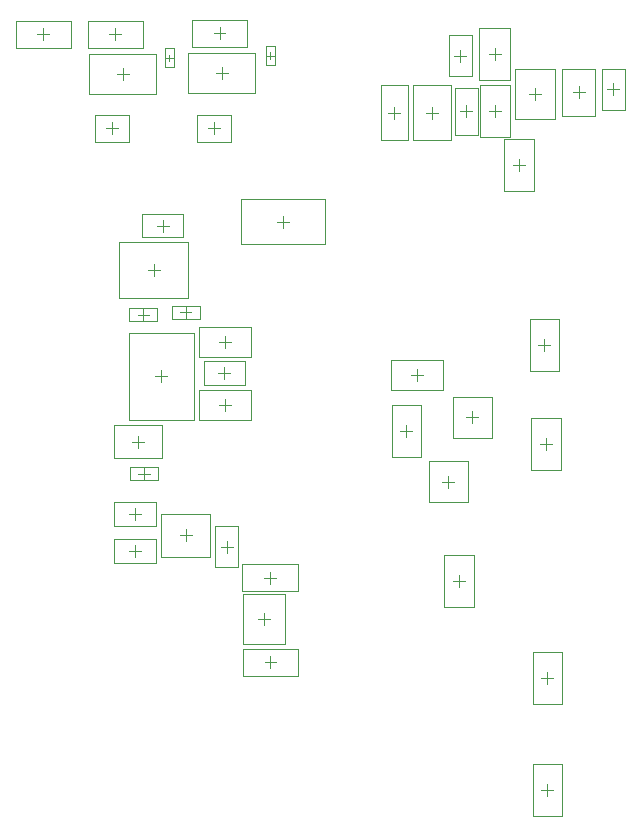
<source format=gbr>
G04 Layer_Color=32768*
%FSLAX26Y26*%
%MOIN*%
%TF.FileFunction,Other,Mechanical_15*%
%TF.Part,Single*%
G01*
G75*
%TA.AperFunction,NonConductor*%
%ADD70C,0.003937*%
%ADD95C,0.001968*%
D70*
X1385000Y692314D02*
Y731684D01*
X1365316Y712000D02*
X1404686D01*
X393308Y1373662D02*
Y1413032D01*
X373622Y1393346D02*
X412992D01*
X570000Y2200314D02*
Y2239684D01*
X550316Y2220000D02*
X589686D01*
X230000Y2200314D02*
Y2239684D01*
X210316Y2220000D02*
X249686D01*
X1765316Y2340000D02*
X1804686D01*
X1785000Y2320314D02*
Y2359684D01*
X1840118Y2261260D02*
Y2418740D01*
X1729882Y2261260D02*
Y2418740D01*
Y2261260D02*
X1840118D01*
X1729882Y2418740D02*
X1840118D01*
X1900000Y2330314D02*
Y2369684D01*
X1880316Y2350000D02*
X1919686D01*
X1505000Y2447314D02*
Y2486684D01*
X1485316Y2467000D02*
X1524686D01*
X1390000Y2442314D02*
Y2481684D01*
X1370316Y2462000D02*
X1409686D01*
X1620316Y2335000D02*
X1659686D01*
X1640000Y2315314D02*
Y2354684D01*
X286299Y810002D02*
X325669D01*
X305985Y790316D02*
Y829686D01*
X610944Y805590D02*
Y844960D01*
X591260Y825276D02*
X630630D01*
X286299Y935000D02*
X325669D01*
X305985Y915314D02*
Y954684D01*
X757000Y420316D02*
Y459686D01*
X737316Y440000D02*
X776686D01*
X756000Y702316D02*
Y741686D01*
X736316Y722000D02*
X775686D01*
X220316Y2533500D02*
X259686D01*
X240000Y2513814D02*
Y2553186D01*
X-19684Y2533000D02*
X19686D01*
X0Y2513314D02*
Y2552684D01*
X567756Y2536840D02*
X607126D01*
X587440Y2517155D02*
Y2556526D01*
X715316Y584000D02*
X754686D01*
X735000Y564314D02*
Y603684D01*
X595000Y2385314D02*
Y2424684D01*
X575316Y2405000D02*
X614686D01*
X265000Y2380314D02*
Y2419684D01*
X245316Y2400000D02*
X284686D01*
X1410000Y2257314D02*
Y2296684D01*
X1390316Y2277000D02*
X1429686D01*
X1275316Y2272000D02*
X1314686D01*
X1295000Y2252314D02*
Y2291684D01*
X1170000Y2252314D02*
Y2291684D01*
X1150316Y2272000D02*
X1189686D01*
X1485316Y2277000D02*
X1524686D01*
X1505000Y2257314D02*
Y2296684D01*
X1565316Y2097000D02*
X1604686D01*
X1585000Y2077314D02*
Y2116684D01*
X454692Y863140D02*
X494062D01*
X474376Y843456D02*
Y882826D01*
X332874Y1579646D02*
Y1617048D01*
X314174Y1598346D02*
X351576D01*
X285630Y1576692D02*
X380118D01*
X285630Y1620000D02*
X380118D01*
X285630Y1576692D02*
Y1620000D01*
X380118Y1576692D02*
Y1620000D01*
X602874Y1383662D02*
Y1423032D01*
X583190Y1403346D02*
X622560D01*
X237244Y1119881D02*
Y1230118D01*
X394724Y1119881D02*
Y1230118D01*
X237244Y1119881D02*
X394724D01*
X237244Y1230118D02*
X394724D01*
X296300Y1174999D02*
X335670D01*
X315984Y1155315D02*
Y1194686D01*
X335984Y1049802D02*
Y1087204D01*
X317284Y1068504D02*
X354686D01*
X288740Y1090158D02*
X383228D01*
X288740Y1046850D02*
X383228D01*
Y1090158D01*
X288740Y1046850D02*
Y1090158D01*
X398308Y1875944D02*
Y1915314D01*
X378622Y1895630D02*
X417992D01*
X475000Y1588300D02*
Y1625700D01*
X456300Y1607000D02*
X493702D01*
X427756Y1585346D02*
X522244D01*
X427756Y1628654D02*
X522244D01*
X427756Y1585346D02*
Y1628654D01*
X522244Y1585346D02*
Y1628654D01*
X367874Y1728662D02*
Y1768032D01*
X348190Y1748346D02*
X387560D01*
X605000Y1277314D02*
Y1316684D01*
X585316Y1297000D02*
X624686D01*
X605000Y1487314D02*
Y1526684D01*
X585316Y1507000D02*
X624686D01*
X1655316Y1167000D02*
X1694686D01*
X1675000Y1147314D02*
Y1186684D01*
X1650316Y1497000D02*
X1689686D01*
X1670000Y1477314D02*
Y1516684D01*
X1660316Y15000D02*
X1699686D01*
X1680000Y-4686D02*
Y34684D01*
X1660316Y387000D02*
X1699686D01*
X1680000Y367314D02*
Y406684D01*
X1190316Y1212000D02*
X1229686D01*
X1210000Y1192314D02*
Y1231684D01*
X1245000Y1377314D02*
Y1416684D01*
X1225316Y1397000D02*
X1264686D01*
X1330316Y1042000D02*
X1369686D01*
X1350000Y1022314D02*
Y1061684D01*
X1410316Y1257000D02*
X1449686D01*
X1430000Y1237314D02*
Y1276684D01*
X780300Y1908000D02*
X819670D01*
X799984Y1888314D02*
Y1927684D01*
D95*
X1335788Y798614D02*
X1434212D01*
X1335788Y625386D02*
X1434212D01*
X1335788D02*
Y798614D01*
X1434212Y625386D02*
Y798614D01*
X285040Y1539016D02*
X501576D01*
X285040Y1247676D02*
X501576D01*
X285040D02*
Y1539016D01*
X501576Y1247676D02*
Y1539016D01*
X512914Y2175512D02*
X627086D01*
X512914Y2264488D02*
X627086D01*
X512914Y2175512D02*
Y2264488D01*
X627086Y2175512D02*
Y2264488D01*
X172914Y2175512D02*
X287086D01*
X172914Y2264488D02*
X287086D01*
X172914Y2175512D02*
Y2264488D01*
X287086Y2175512D02*
Y2264488D01*
X1860630Y2281102D02*
X1939370D01*
X1860630Y2418898D02*
X1939370D01*
Y2281102D02*
Y2418898D01*
X1860630Y2281102D02*
Y2418898D01*
X1453820Y2553614D02*
X1556182D01*
X1453820Y2380386D02*
X1556182D01*
X1453820D02*
Y2553614D01*
X1556182Y2380386D02*
Y2553614D01*
X1350630Y2530898D02*
X1429370D01*
X1350630Y2393102D02*
X1429370D01*
X1350630D02*
Y2530898D01*
X1429370Y2393102D02*
Y2530898D01*
X741252Y2430504D02*
X772748D01*
X741252Y2493496D02*
X772748D01*
Y2430504D02*
Y2493496D01*
X741252Y2430504D02*
Y2493496D01*
X757000Y2451174D02*
Y2472826D01*
X746174Y2462000D02*
X767828D01*
X404252Y2423504D02*
X435748D01*
X404252Y2486496D02*
X435748D01*
Y2423504D02*
Y2486496D01*
X404252Y2423504D02*
Y2486496D01*
X420000Y2444174D02*
Y2465826D01*
X409174Y2455000D02*
X430828D01*
X1573072Y2252322D02*
Y2417678D01*
X1706930Y2252322D02*
Y2417678D01*
X1573072D02*
X1706930D01*
X1573072Y2252322D02*
X1706930D01*
X374883Y770632D02*
Y849372D01*
X237087Y770632D02*
Y849372D01*
X374883D01*
X237087Y770632D02*
X374883D01*
X571574Y894174D02*
X650314D01*
X571574Y756378D02*
X650314D01*
X571574D02*
Y894174D01*
X650314Y756378D02*
Y894174D01*
X374881Y895630D02*
Y974370D01*
X237087Y895630D02*
Y974370D01*
X374881D01*
X237087Y895630D02*
X374881D01*
X664480Y394724D02*
X849520D01*
X664480Y485276D02*
X849520D01*
X664480Y394724D02*
Y485276D01*
X849520Y394724D02*
Y485276D01*
X663480Y676724D02*
X848520D01*
X663480Y767276D02*
X848520D01*
X663480Y676724D02*
Y767276D01*
X848520Y676724D02*
Y767276D01*
X332520Y2488224D02*
Y2578776D01*
X147480Y2488224D02*
Y2578776D01*
X332520D01*
X147480Y2488224D02*
X332520D01*
X-92520Y2487724D02*
Y2578276D01*
X92520Y2487724D02*
Y2578276D01*
X-92520Y2487724D02*
X92520D01*
X-92520Y2578276D02*
X92520D01*
X679960Y2491564D02*
Y2582117D01*
X494920Y2491564D02*
Y2582117D01*
X679960D01*
X494920Y2491564D02*
X679960D01*
X805866Y501322D02*
Y666678D01*
X664134Y501322D02*
Y666678D01*
Y501322D02*
X805866D01*
X664134Y666678D02*
X805866D01*
X483780Y2338070D02*
X706220D01*
X483780Y2471928D02*
X706220D01*
X483780Y2338070D02*
Y2471928D01*
X706220Y2338070D02*
Y2471928D01*
X153780Y2333070D02*
X376220D01*
X153780Y2466928D02*
X376220D01*
X153780Y2333070D02*
Y2466928D01*
X376220Y2333070D02*
Y2466928D01*
X1372598Y2198260D02*
X1447402D01*
X1372598Y2355740D02*
X1447402D01*
Y2198260D02*
Y2355740D01*
X1372598Y2198260D02*
Y2355740D01*
X1232008Y2179480D02*
Y2364520D01*
X1357992Y2179480D02*
Y2364520D01*
X1232008D02*
X1357992D01*
X1232008Y2179480D02*
X1357992D01*
X1124724D02*
X1215276D01*
X1124724Y2364520D02*
X1215276D01*
Y2179480D02*
Y2364520D01*
X1124724Y2179480D02*
Y2364520D01*
X1554212Y2190386D02*
Y2363614D01*
X1455788Y2190386D02*
Y2363614D01*
Y2190386D02*
X1554212D01*
X1455788Y2363614D02*
X1554212D01*
X1634212Y2010386D02*
Y2183614D01*
X1535788Y2010386D02*
Y2183614D01*
Y2010386D02*
X1634212D01*
X1535788Y2183614D02*
X1634212D01*
X391700Y792274D02*
Y934006D01*
X557054Y792274D02*
Y934006D01*
X391700Y792274D02*
X557054D01*
X391700Y934006D02*
X557054D01*
X533976Y1363976D02*
X671772D01*
X533976Y1442716D02*
X671772D01*
X533976Y1363976D02*
Y1442716D01*
X671772Y1363976D02*
Y1442716D01*
X329410Y1856260D02*
X467206D01*
X329410Y1935000D02*
X467206D01*
X329410Y1856260D02*
Y1935000D01*
X467206Y1856260D02*
Y1935000D01*
X252716Y1840866D02*
X483032D01*
X252716Y1655826D02*
X483032D01*
Y1840866D01*
X252716Y1655826D02*
Y1840866D01*
X518386Y1247788D02*
X691614D01*
X518386Y1346212D02*
X691614D01*
X518386Y1247788D02*
Y1346212D01*
X691614Y1247788D02*
Y1346212D01*
X518386Y1556212D02*
X691614D01*
X518386Y1457788D02*
X691614D01*
Y1556212D01*
X518386Y1457788D02*
Y1556212D01*
X1625788Y1080386D02*
Y1253614D01*
X1724212Y1080386D02*
Y1253614D01*
X1625788D02*
X1724212D01*
X1625788Y1080386D02*
X1724212D01*
X1620788Y1410386D02*
Y1583614D01*
X1719212Y1410386D02*
Y1583614D01*
X1620788D02*
X1719212D01*
X1620788Y1410386D02*
X1719212D01*
X1630788Y-71614D02*
Y101614D01*
X1729212Y-71614D02*
Y101614D01*
X1630788D02*
X1729212D01*
X1630788Y-71614D02*
X1729212D01*
X1630788Y300386D02*
Y473614D01*
X1729212Y300386D02*
Y473614D01*
X1630788D02*
X1729212D01*
X1630788Y300386D02*
X1729212D01*
X1160788Y1125386D02*
Y1298614D01*
X1259212Y1125386D02*
Y1298614D01*
X1160788D02*
X1259212D01*
X1160788Y1125386D02*
X1259212D01*
X1158386Y1446212D02*
X1331614D01*
X1158386Y1347788D02*
X1331614D01*
Y1446212D01*
X1158386Y1347788D02*
Y1446212D01*
X1285040Y973102D02*
Y1110898D01*
X1414962Y973102D02*
Y1110898D01*
X1285040D02*
X1414962D01*
X1285040Y973102D02*
X1414962D01*
X1494960Y1188102D02*
Y1325898D01*
X1365040Y1188102D02*
Y1325898D01*
Y1188102D02*
X1494960D01*
X1365040Y1325898D02*
X1494960D01*
X939748Y1833196D02*
Y1982802D01*
X660220Y1833196D02*
Y1982802D01*
Y1833196D02*
X939748D01*
X660220Y1982802D02*
X939748D01*
%TF.MD5,8a9895bf2a461f7136bd72f01391a957*%
M02*

</source>
